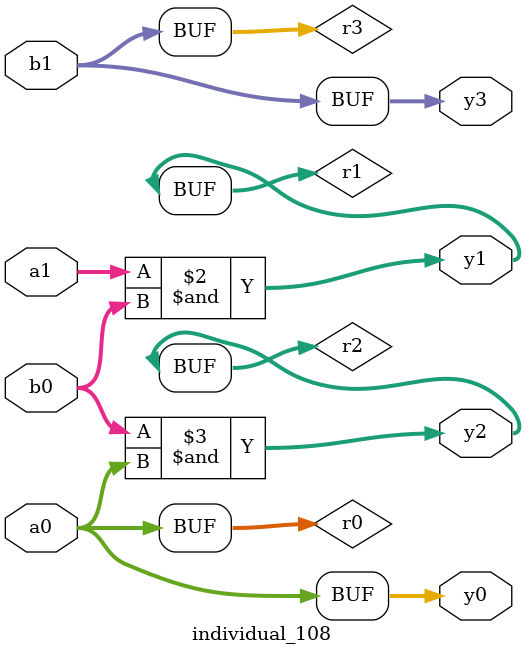
<source format=sv>
module individual_108(input logic [15:0] a1, input logic [15:0] a0, input logic [15:0] b1, input logic [15:0] b0, output logic [15:0] y3, output logic [15:0] y2, output logic [15:0] y1, output logic [15:0] y0);
logic [15:0] r0, r1, r2, r3; 
 always@(*) begin 
	 r0 = a0; r1 = a1; r2 = b0; r3 = b1; 
 	 r1  &=  b0 ;
 	 r2  &=  r0 ;
 	 y3 = r3; y2 = r2; y1 = r1; y0 = r0; 
end
endmodule
</source>
